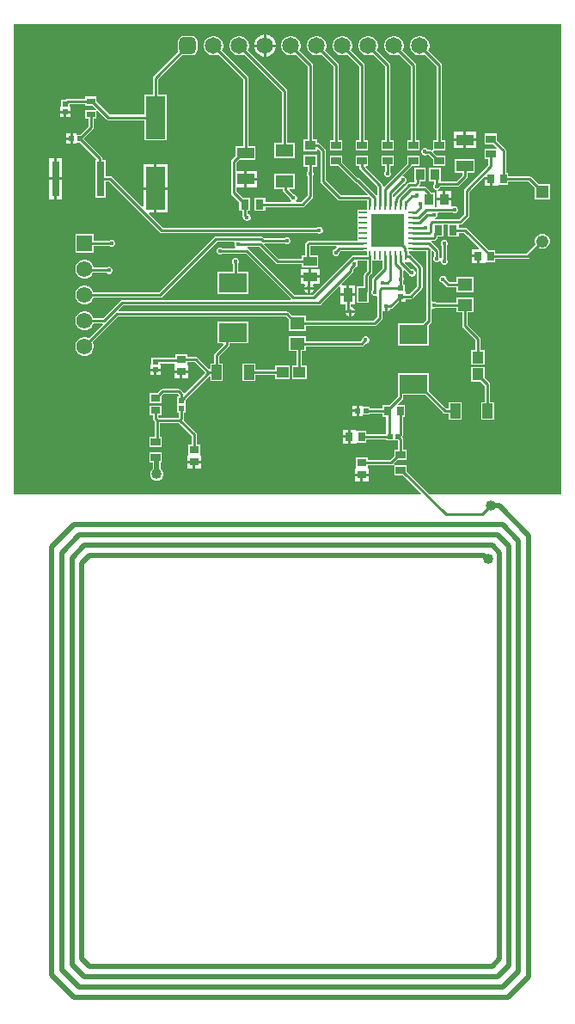
<source format=gbr>
G04*
G04 #@! TF.GenerationSoftware,Altium Limited,Altium Designer,24.0.1 (36)*
G04*
G04 Layer_Physical_Order=1*
G04 Layer_Color=255*
%FSLAX25Y25*%
%MOIN*%
G70*
G04*
G04 #@! TF.SameCoordinates,852D5C1C-0582-447D-AFC5-A22B4F0E1159*
G04*
G04*
G04 #@! TF.FilePolarity,Positive*
G04*
G01*
G75*
%ADD15C,0.01000*%
%ADD16R,0.05709X0.04724*%
%ADD17R,0.03543X0.04331*%
%ADD18R,0.10984X0.07500*%
%ADD19R,0.03150X0.03937*%
%ADD21R,0.01000X0.03200*%
%ADD22R,0.03200X0.01000*%
%ADD23R,0.03543X0.02953*%
%ADD24R,0.02953X0.03543*%
%ADD25R,0.03937X0.03150*%
%ADD26R,0.03937X0.02953*%
%ADD27R,0.07480X0.16535*%
%ADD28R,0.02047X0.02047*%
%ADD29R,0.03937X0.05906*%
%ADD30R,0.04750X0.04206*%
%ADD31R,0.02047X0.02047*%
%ADD32R,0.04206X0.04750*%
%ADD33R,0.03740X0.05315*%
%ADD34R,0.02965X0.13792*%
%ADD35R,0.03347X0.02461*%
%ADD36R,0.06693X0.04331*%
%ADD37R,0.07087X0.04921*%
%ADD38R,0.04331X0.03543*%
%ADD39R,0.05315X0.03740*%
%ADD43R,0.12800X0.12800*%
%ADD49C,0.04800*%
%ADD50R,0.04800X0.04800*%
%ADD51C,0.06181*%
%ADD52R,0.06181X0.06181*%
%ADD55C,0.01968*%
%ADD56C,0.06496*%
G04:AMPARAMS|DCode=57|XSize=64.96mil|YSize=64.96mil|CornerRadius=16.24mil|HoleSize=0mil|Usage=FLASHONLY|Rotation=180.000|XOffset=0mil|YOffset=0mil|HoleType=Round|Shape=RoundedRectangle|*
%AMROUNDEDRECTD57*
21,1,0.06496,0.03248,0,0,180.0*
21,1,0.03248,0.06496,0,0,180.0*
1,1,0.03248,-0.01624,0.01624*
1,1,0.03248,0.01624,0.01624*
1,1,0.03248,0.01624,-0.01624*
1,1,0.03248,-0.01624,-0.01624*
%
%ADD57ROUNDEDRECTD57*%
%ADD58C,0.01772*%
%ADD59C,0.04000*%
G36*
X220000Y107500D02*
X168981D01*
X159968Y116513D01*
Y119024D01*
X155451D01*
X155228Y119024D01*
X155013Y119516D01*
X156473Y120976D01*
X159968D01*
Y124929D01*
X158520D01*
Y129075D01*
X158442Y129465D01*
X158221Y129796D01*
X158098Y129918D01*
Y130089D01*
X158304Y130397D01*
X158382Y130787D01*
Y137728D01*
X159339D01*
Y142272D01*
X156709D01*
X156518Y142734D01*
X158229Y144444D01*
X158450Y144775D01*
X158528Y145165D01*
Y146201D01*
X167050D01*
X173972Y139279D01*
X174303Y139058D01*
X174693Y138980D01*
X176232D01*
Y136547D01*
X181169D01*
Y143453D01*
X176232D01*
Y141020D01*
X175115D01*
X168492Y147643D01*
Y154701D01*
X156508D01*
Y147299D01*
X156488Y147201D01*
Y145588D01*
X153172Y142272D01*
X150661D01*
Y141020D01*
X145598D01*
Y141524D01*
X142949D01*
Y142024D01*
X141425D01*
Y140000D01*
Y137976D01*
X142949D01*
Y138476D01*
X145598D01*
Y138980D01*
X150661D01*
Y137728D01*
X152012D01*
Y131524D01*
X151902D01*
Y131020D01*
X144339D01*
Y132272D01*
X140614D01*
X140386Y132272D01*
X140114Y132659D01*
Y132772D01*
X138138D01*
Y130000D01*
Y127228D01*
X140114D01*
Y127341D01*
X140386Y127728D01*
X140614Y127728D01*
X144339D01*
Y128980D01*
X151902D01*
Y128476D01*
X154949D01*
Y128476D01*
X155051D01*
Y128476D01*
X156480D01*
Y124929D01*
X155032D01*
Y122418D01*
X153495Y120882D01*
X144772D01*
Y121839D01*
X140228D01*
Y118114D01*
X140228Y117886D01*
X139841Y117614D01*
X139728D01*
Y115638D01*
X142500D01*
X145272D01*
Y117614D01*
X145159D01*
X144772Y117886D01*
X144772Y118114D01*
Y118843D01*
X153917D01*
X154307Y118920D01*
X154558Y119088D01*
X154853Y118969D01*
X155032Y118827D01*
X155032Y118605D01*
Y115071D01*
X158527D01*
X165636Y107962D01*
X165444Y107500D01*
X7500D01*
Y290000D01*
X220000D01*
Y107500D01*
D02*
G37*
%LPC*%
G36*
X105559Y285842D02*
X105500D01*
Y282095D01*
X109248D01*
Y282154D01*
X108958Y283234D01*
X108399Y284203D01*
X107608Y284994D01*
X106640Y285553D01*
X105559Y285842D01*
D02*
G37*
G36*
X104500D02*
X104441D01*
X103360Y285553D01*
X102392Y284994D01*
X101601Y284203D01*
X101041Y283234D01*
X100752Y282154D01*
Y282095D01*
X104500D01*
Y285842D01*
D02*
G37*
G36*
X76624Y285384D02*
X73376D01*
X72547Y285219D01*
X71845Y284750D01*
X71375Y284047D01*
X71210Y283219D01*
Y279971D01*
X71330Y279367D01*
X61779Y269815D01*
X61558Y269485D01*
X61480Y269094D01*
Y262547D01*
X58260D01*
Y254799D01*
X44694D01*
X39673Y259820D01*
Y261839D01*
X35327D01*
Y261128D01*
X28534D01*
X28143Y261050D01*
X27812Y260829D01*
X27582Y260598D01*
X25976D01*
Y257949D01*
X25476D01*
Y256425D01*
X27500D01*
X29524D01*
Y257949D01*
X29024D01*
Y259089D01*
X35327D01*
Y258378D01*
X38231D01*
X39487Y257122D01*
X39280Y256622D01*
X35327D01*
Y253161D01*
X36480D01*
Y250347D01*
X33156Y247024D01*
X31949D01*
Y247524D01*
X30425D01*
Y245500D01*
Y243476D01*
X31949D01*
Y243976D01*
X33156D01*
X39412Y237721D01*
X39277Y237396D01*
X39277D01*
Y222604D01*
X43242D01*
Y228980D01*
X44593D01*
X64295Y209279D01*
X64625Y209058D01*
X65016Y208980D01*
X125060D01*
X125215Y208825D01*
X125724Y208614D01*
X126276D01*
X126785Y208825D01*
X127175Y209215D01*
X127386Y209724D01*
Y210276D01*
X127175Y210785D01*
X126785Y211175D01*
X126276Y211386D01*
X125724D01*
X125215Y211175D01*
X125060Y211020D01*
X65438D01*
X59967Y216491D01*
X60158Y216953D01*
X62000D01*
Y225721D01*
X57760D01*
Y219351D01*
X57298Y219160D01*
X45737Y230721D01*
X45406Y230942D01*
X45016Y231020D01*
X43242D01*
Y237396D01*
X41784D01*
Y237810D01*
X41707Y238200D01*
X41486Y238531D01*
X34598Y245418D01*
Y245582D01*
X38221Y249204D01*
X38442Y249535D01*
X38520Y249925D01*
Y253161D01*
X39673D01*
Y256229D01*
X40173Y256436D01*
X43551Y253059D01*
X43881Y252838D01*
X44272Y252760D01*
X58260D01*
Y245012D01*
X66740D01*
Y262547D01*
X63520D01*
Y268672D01*
X72772Y277925D01*
X73376Y277805D01*
X76624D01*
X77453Y277970D01*
X78155Y278439D01*
X78625Y279142D01*
X78790Y279971D01*
Y283219D01*
X78625Y284047D01*
X78155Y284750D01*
X77453Y285219D01*
X76624Y285384D01*
D02*
G37*
G36*
X109248Y281095D02*
X105500D01*
Y277346D01*
X105559D01*
X106640Y277636D01*
X107608Y278195D01*
X108399Y278986D01*
X108958Y279955D01*
X109248Y281035D01*
Y281095D01*
D02*
G37*
G36*
X104500D02*
X100752D01*
Y281035D01*
X101041Y279955D01*
X101601Y278986D01*
X102392Y278195D01*
X103360Y277636D01*
X104441Y277346D01*
X104500D01*
Y281095D01*
D02*
G37*
G36*
X29524Y255425D02*
X28000D01*
Y253902D01*
X29524D01*
Y255425D01*
D02*
G37*
G36*
X27000D02*
X25476D01*
Y253902D01*
X27000D01*
Y255425D01*
D02*
G37*
G36*
X29425Y247524D02*
X27902D01*
Y246000D01*
X29425D01*
Y247524D01*
D02*
G37*
G36*
X186846Y248284D02*
X183000D01*
Y245618D01*
X186846D01*
Y248284D01*
D02*
G37*
G36*
X182000D02*
X178154D01*
Y245618D01*
X182000D01*
Y248284D01*
D02*
G37*
G36*
X29425Y245000D02*
X27902D01*
Y243476D01*
X29425D01*
Y245000D01*
D02*
G37*
G36*
X186846Y244618D02*
X183000D01*
Y241953D01*
X186846D01*
Y244618D01*
D02*
G37*
G36*
X182000D02*
X178154D01*
Y241953D01*
X182000D01*
Y244618D01*
D02*
G37*
G36*
X165493Y285343D02*
X164507D01*
X163553Y285087D01*
X162699Y284594D01*
X162001Y283896D01*
X161507Y283041D01*
X161252Y282088D01*
Y281101D01*
X161507Y280148D01*
X162001Y279293D01*
X162699Y278595D01*
X163553Y278102D01*
X164507Y277847D01*
X165493D01*
X166447Y278102D01*
X166830Y278323D01*
X171480Y273672D01*
Y245028D01*
X170031D01*
Y241271D01*
X169532Y241064D01*
X169522Y241073D01*
X169191Y241294D01*
X168801Y241372D01*
X168088D01*
X167785Y241675D01*
X167276Y241886D01*
X166724D01*
X166215Y241675D01*
X165825Y241285D01*
X165614Y240776D01*
Y240224D01*
X165825Y239715D01*
X166215Y239325D01*
X166724Y239114D01*
X167276D01*
X167785Y239325D01*
X167793Y239333D01*
X168379D01*
X170031Y237680D01*
Y234972D01*
X174969D01*
Y239122D01*
X171473D01*
X170218Y240378D01*
X170425Y240878D01*
X174969D01*
Y245028D01*
X173520D01*
Y274095D01*
X173442Y274485D01*
X173221Y274816D01*
X168272Y279765D01*
X168493Y280148D01*
X168748Y281101D01*
Y282088D01*
X168493Y283041D01*
X167999Y283896D01*
X167301Y284594D01*
X166447Y285087D01*
X165493Y285343D01*
D02*
G37*
G36*
X155493D02*
X154507D01*
X153553Y285087D01*
X152699Y284594D01*
X152001Y283896D01*
X151507Y283041D01*
X151252Y282088D01*
Y281101D01*
X151507Y280148D01*
X152001Y279293D01*
X152699Y278595D01*
X153553Y278102D01*
X154507Y277847D01*
X155493D01*
X156447Y278102D01*
X156830Y278323D01*
X161480Y273672D01*
Y245028D01*
X160031D01*
Y240878D01*
X164969D01*
Y245028D01*
X163520D01*
Y274095D01*
X163442Y274485D01*
X163221Y274816D01*
X158272Y279765D01*
X158493Y280148D01*
X158748Y281101D01*
Y282088D01*
X158493Y283041D01*
X157999Y283896D01*
X157301Y284594D01*
X156447Y285087D01*
X155493Y285343D01*
D02*
G37*
G36*
X145493D02*
X144507D01*
X143553Y285087D01*
X142699Y284594D01*
X142001Y283896D01*
X141507Y283041D01*
X141252Y282088D01*
Y281101D01*
X141507Y280148D01*
X142001Y279293D01*
X142699Y278595D01*
X143553Y278102D01*
X144507Y277847D01*
X145493D01*
X146447Y278102D01*
X146830Y278323D01*
X151480Y273672D01*
Y245028D01*
X150031D01*
Y240878D01*
X154969D01*
Y245028D01*
X153520D01*
Y274095D01*
X153442Y274485D01*
X153221Y274816D01*
X148272Y279765D01*
X148493Y280148D01*
X148748Y281101D01*
Y282088D01*
X148493Y283041D01*
X147999Y283896D01*
X147301Y284594D01*
X146447Y285087D01*
X145493Y285343D01*
D02*
G37*
G36*
X135493D02*
X134507D01*
X133553Y285087D01*
X132699Y284594D01*
X132001Y283896D01*
X131507Y283041D01*
X131252Y282088D01*
Y281101D01*
X131507Y280148D01*
X132001Y279293D01*
X132699Y278595D01*
X133553Y278102D01*
X134507Y277847D01*
X135493D01*
X136447Y278102D01*
X136830Y278323D01*
X141480Y273672D01*
Y245028D01*
X140032D01*
Y240878D01*
X144968D01*
Y245028D01*
X143520D01*
Y274095D01*
X143442Y274485D01*
X143221Y274816D01*
X138271Y279765D01*
X138493Y280148D01*
X138748Y281101D01*
Y282088D01*
X138493Y283041D01*
X137999Y283896D01*
X137301Y284594D01*
X136447Y285087D01*
X135493Y285343D01*
D02*
G37*
G36*
X125493D02*
X124507D01*
X123553Y285087D01*
X122699Y284594D01*
X122001Y283896D01*
X121507Y283041D01*
X121252Y282088D01*
Y281101D01*
X121507Y280148D01*
X122001Y279293D01*
X122699Y278595D01*
X123553Y278102D01*
X124507Y277847D01*
X125493D01*
X126447Y278102D01*
X126830Y278323D01*
X131480Y273672D01*
Y245028D01*
X130032D01*
Y240878D01*
X134968D01*
Y245028D01*
X133520D01*
Y274095D01*
X133442Y274485D01*
X133221Y274816D01*
X128271Y279765D01*
X128493Y280148D01*
X128748Y281101D01*
Y282088D01*
X128493Y283041D01*
X127999Y283896D01*
X127301Y284594D01*
X126447Y285087D01*
X125493Y285343D01*
D02*
G37*
G36*
X95493D02*
X94507D01*
X93553Y285087D01*
X92699Y284594D01*
X92001Y283896D01*
X91507Y283041D01*
X91252Y282088D01*
Y281101D01*
X91507Y280148D01*
X92001Y279293D01*
X92699Y278595D01*
X93553Y278102D01*
X94507Y277847D01*
X95493D01*
X96447Y278102D01*
X96830Y278323D01*
X111480Y263672D01*
Y243965D01*
X108457D01*
Y238043D01*
X116543D01*
Y243965D01*
X113520D01*
Y264094D01*
X113442Y264485D01*
X113221Y264815D01*
X98272Y279765D01*
X98493Y280148D01*
X98748Y281101D01*
Y282088D01*
X98493Y283041D01*
X97999Y283896D01*
X97301Y284594D01*
X96447Y285087D01*
X95493Y285343D01*
D02*
G37*
G36*
X154969Y239122D02*
X150031D01*
Y234972D01*
X151480D01*
Y232940D01*
X151325Y232785D01*
X151114Y232276D01*
Y231724D01*
X151325Y231215D01*
X151715Y230825D01*
X152224Y230614D01*
X152776D01*
X153285Y230825D01*
X153675Y231215D01*
X153886Y231724D01*
Y232276D01*
X153675Y232785D01*
X153520Y232940D01*
Y234972D01*
X154969D01*
Y239122D01*
D02*
G37*
G36*
X26223Y237896D02*
X24240D01*
Y230500D01*
X26223D01*
Y237896D01*
D02*
G37*
G36*
X23240D02*
X21258D01*
Y230500D01*
X23240D01*
Y237896D01*
D02*
G37*
G36*
X101847Y233047D02*
X98000D01*
Y230382D01*
X101847D01*
Y233047D01*
D02*
G37*
G36*
X186346Y237547D02*
X178654D01*
Y232217D01*
X181480D01*
Y231422D01*
X179078Y229020D01*
X173224D01*
Y234165D01*
X168681D01*
Y228835D01*
X170480D01*
Y227940D01*
X170325Y227785D01*
X170114Y227276D01*
Y226724D01*
X170325Y226215D01*
X170715Y225825D01*
X171224Y225614D01*
X171418D01*
X171558Y225614D01*
X171681Y225165D01*
X171681Y225121D01*
X171681Y224809D01*
Y224797D01*
Y222500D01*
X173953D01*
Y225165D01*
X172181D01*
X171999Y225165D01*
X171899Y225665D01*
X172045Y225726D01*
X172285Y225825D01*
X172675Y226215D01*
X172886Y226724D01*
Y226944D01*
X172922Y226980D01*
X179500D01*
X179890Y227058D01*
X180221Y227279D01*
X183221Y230279D01*
X183442Y230610D01*
X183520Y231000D01*
Y232217D01*
X186346D01*
Y237547D01*
D02*
G37*
G36*
X192138Y229500D02*
X190161D01*
Y227228D01*
X192138D01*
Y229500D01*
D02*
G37*
G36*
X67240Y235488D02*
X63000D01*
Y226720D01*
X67240D01*
Y235488D01*
D02*
G37*
G36*
X62000D02*
X57760D01*
Y226720D01*
X62000D01*
Y235488D01*
D02*
G37*
G36*
X101847Y229382D02*
X98000D01*
Y226716D01*
X101847D01*
Y229382D01*
D02*
G37*
G36*
X174953Y225165D02*
Y222500D01*
X177224D01*
Y225165D01*
X174953D01*
D02*
G37*
G36*
X26223Y229500D02*
X24240D01*
Y222104D01*
X26223D01*
Y229500D01*
D02*
G37*
G36*
X23240D02*
X21258D01*
Y222104D01*
X23240D01*
Y229500D01*
D02*
G37*
G36*
X115493Y285343D02*
X114507D01*
X113553Y285087D01*
X112699Y284594D01*
X112001Y283896D01*
X111507Y283041D01*
X111252Y282088D01*
Y281101D01*
X111507Y280148D01*
X112001Y279293D01*
X112699Y278595D01*
X113553Y278102D01*
X114507Y277847D01*
X115493D01*
X116447Y278102D01*
X116830Y278323D01*
X121480Y273672D01*
Y245224D01*
X119835D01*
Y240681D01*
X125165D01*
Y241239D01*
X125627Y241431D01*
X126480Y240578D01*
Y229000D01*
X126558Y228610D01*
X126779Y228279D01*
X133279Y221779D01*
X133610Y221558D01*
X134000Y221480D01*
X144591D01*
Y219650D01*
X144610Y219551D01*
Y217890D01*
X140750D01*
Y213921D01*
Y209984D01*
Y206098D01*
X122140D01*
X121750Y206021D01*
X121419Y205800D01*
X120833Y205214D01*
X120612Y204883D01*
X120535Y204493D01*
Y200323D01*
X119343D01*
Y198972D01*
X110179D01*
X104633Y204519D01*
X104824Y204980D01*
X112560D01*
X112715Y204825D01*
X113224Y204614D01*
X113776D01*
X114285Y204825D01*
X114675Y205215D01*
X114886Y205724D01*
Y206276D01*
X114675Y206785D01*
X114285Y207175D01*
X113776Y207386D01*
X113224D01*
X112715Y207175D01*
X112560Y207020D01*
X104536D01*
X104248Y207307D01*
X103918Y207528D01*
X103527Y207605D01*
X85932D01*
X85542Y207528D01*
X85211Y207307D01*
X63924Y186020D01*
X38444D01*
X38346Y186386D01*
X37873Y187205D01*
X37205Y187873D01*
X36386Y188346D01*
X35473Y188591D01*
X34527D01*
X33614Y188346D01*
X32795Y187873D01*
X32127Y187205D01*
X31654Y186386D01*
X31409Y185473D01*
Y184527D01*
X31654Y183614D01*
X32127Y182795D01*
X32795Y182127D01*
X33614Y181654D01*
X34527Y181409D01*
X35473D01*
X36386Y181654D01*
X37205Y182127D01*
X37873Y182795D01*
X38346Y183614D01*
X38444Y183980D01*
X64347D01*
X64737Y184058D01*
X65068Y184279D01*
X86355Y205566D01*
X92953D01*
X93234Y205066D01*
X93114Y204776D01*
Y204224D01*
X93325Y203715D01*
X93521Y203520D01*
X93313Y203020D01*
X88440D01*
X88285Y203175D01*
X87776Y203386D01*
X87224D01*
X86715Y203175D01*
X86325Y202785D01*
X86114Y202276D01*
Y201724D01*
X86325Y201215D01*
X86715Y200825D01*
X87224Y200614D01*
X87776D01*
X88285Y200825D01*
X88440Y200980D01*
X97578D01*
X115039Y183520D01*
X114831Y183020D01*
X49596D01*
X49206Y182942D01*
X48875Y182721D01*
X42173Y176020D01*
X38444D01*
X38346Y176386D01*
X37873Y177205D01*
X37205Y177873D01*
X36386Y178346D01*
X35473Y178591D01*
X34527D01*
X33614Y178346D01*
X32795Y177873D01*
X32127Y177205D01*
X31654Y176386D01*
X31409Y175473D01*
Y174527D01*
X31654Y173614D01*
X32127Y172795D01*
X32795Y172127D01*
X33614Y171654D01*
X34527Y171409D01*
X35473D01*
X36386Y171654D01*
X37205Y172127D01*
X37873Y172795D01*
X38346Y173614D01*
X38444Y173980D01*
X41885D01*
X42077Y173519D01*
X36714Y168156D01*
X36386Y168346D01*
X35473Y168591D01*
X34527D01*
X33614Y168346D01*
X32795Y167873D01*
X32127Y167205D01*
X31654Y166386D01*
X31409Y165473D01*
Y164527D01*
X31654Y163614D01*
X32127Y162795D01*
X32795Y162127D01*
X33614Y161654D01*
X34527Y161409D01*
X35473D01*
X36386Y161654D01*
X37205Y162127D01*
X37873Y162795D01*
X38346Y163614D01*
X38591Y164527D01*
Y165473D01*
X38346Y166386D01*
X38156Y166714D01*
X47922Y176480D01*
X113023D01*
X114146Y175357D01*
Y171075D01*
X120854D01*
Y172917D01*
X147437D01*
X147827Y172995D01*
X148158Y173216D01*
X150221Y175279D01*
X150442Y175610D01*
X150520Y176000D01*
Y178660D01*
X151020Y178865D01*
X151500Y178666D01*
Y180500D01*
X152500D01*
Y178666D01*
X153068Y178901D01*
X153599Y179432D01*
X153623Y179490D01*
X153965Y179558D01*
X154296Y179779D01*
X156918Y182402D01*
X157000D01*
Y184425D01*
X158000D01*
Y182402D01*
X159524D01*
Y183406D01*
X161425D01*
X161815Y183483D01*
X162146Y183704D01*
X165721Y187279D01*
X165942Y187610D01*
X166020Y188000D01*
Y195700D01*
X165942Y196090D01*
X165721Y196421D01*
X161525Y200617D01*
X161194Y200838D01*
X160890Y200899D01*
Y202110D01*
X162051D01*
X162150Y202091D01*
X167480D01*
Y175222D01*
X166058Y173799D01*
X156508D01*
Y165299D01*
X168492D01*
Y173349D01*
X169221Y174078D01*
X169442Y174409D01*
X169520Y174799D01*
Y179318D01*
X170020Y179652D01*
X170110Y179614D01*
X170661D01*
X171171Y179825D01*
X171326Y179980D01*
X179146D01*
Y178201D01*
X181480D01*
Y173000D01*
X181558Y172610D01*
X181779Y172279D01*
X186480Y167578D01*
Y163626D01*
X184897D01*
Y157876D01*
X190103D01*
Y163626D01*
X188520D01*
Y168000D01*
X188442Y168390D01*
X188221Y168721D01*
X183520Y173422D01*
Y178201D01*
X185854D01*
Y183925D01*
X179146D01*
Y182020D01*
X171326D01*
X171171Y182175D01*
X170661Y182386D01*
X170110D01*
X170020Y182348D01*
X169520Y182682D01*
Y201831D01*
X170020Y202039D01*
X170480Y201578D01*
Y199940D01*
X170325Y199785D01*
X170114Y199276D01*
Y198724D01*
X170325Y198215D01*
X170715Y197825D01*
X171224Y197614D01*
X171776D01*
X172285Y197825D01*
X172614Y198154D01*
X172900Y198105D01*
X173114Y198001D01*
Y197724D01*
X173325Y197215D01*
X173715Y196825D01*
X174224Y196614D01*
X174776D01*
X175285Y196825D01*
X175675Y197215D01*
X175886Y197724D01*
Y198276D01*
X175675Y198785D01*
X175520Y198940D01*
Y204060D01*
X175675Y204215D01*
X175886Y204724D01*
Y205276D01*
X175675Y205785D01*
X175285Y206175D01*
X174776Y206386D01*
X174224D01*
X173715Y206175D01*
X173325Y205785D01*
X173114Y205276D01*
Y204724D01*
X173325Y204215D01*
X173480Y204060D01*
Y199332D01*
X173386Y199223D01*
X173148Y199248D01*
X172956Y199314D01*
X172822Y199429D01*
X172675Y199785D01*
X172520Y199940D01*
Y202000D01*
X172442Y202390D01*
X172221Y202721D01*
X169414Y205528D01*
X169621Y206028D01*
X170387D01*
X170777Y206105D01*
X171108Y206326D01*
X171693Y206912D01*
X171914Y207243D01*
X171972Y207531D01*
X174122D01*
Y212149D01*
X175878D01*
Y207531D01*
X180027D01*
Y208980D01*
X182235D01*
X187982Y203234D01*
X187791Y202772D01*
X185161D01*
Y200500D01*
X187638D01*
Y200000D01*
X188138D01*
Y197228D01*
X190114D01*
Y197341D01*
X190386Y197728D01*
X194339D01*
Y198980D01*
X206713D01*
X207103Y199058D01*
X207434Y199279D01*
X211291Y203137D01*
X211381Y203085D01*
X212118Y202887D01*
X212882D01*
X213619Y203085D01*
X214281Y203467D01*
X214821Y204007D01*
X215202Y204668D01*
X215400Y205406D01*
Y206169D01*
X215202Y206907D01*
X214821Y207568D01*
X214281Y208108D01*
X213619Y208490D01*
X212882Y208687D01*
X212118D01*
X211381Y208490D01*
X210719Y208108D01*
X210179Y207568D01*
X209798Y206907D01*
X209600Y206169D01*
Y205406D01*
X209798Y204668D01*
X209849Y204579D01*
X206290Y201020D01*
X194339D01*
Y202272D01*
X191828D01*
X183378Y210721D01*
X183048Y210942D01*
X182658Y211020D01*
X180027D01*
Y212149D01*
X180668D01*
X181059Y212227D01*
X181389Y212448D01*
X183872Y214930D01*
X184093Y215261D01*
X184171Y215651D01*
Y225036D01*
X189699Y230565D01*
X189856Y230500D01*
X192638D01*
Y230000D01*
X193138D01*
Y227228D01*
X195114D01*
Y227341D01*
X195386Y227728D01*
X195614Y227728D01*
X199339D01*
Y228980D01*
X207078D01*
X209600Y226458D01*
Y222100D01*
X215400D01*
Y227900D01*
X211042D01*
X208221Y230721D01*
X207890Y230942D01*
X207500Y231020D01*
X199339D01*
Y232272D01*
X198382D01*
Y240984D01*
X198304Y241374D01*
X198083Y241705D01*
X194968Y244820D01*
Y247528D01*
X190032D01*
Y243378D01*
X193527D01*
X194782Y242122D01*
X194575Y241622D01*
X190032D01*
Y237472D01*
X191480D01*
Y235230D01*
X182430Y226180D01*
X182209Y225849D01*
X182132Y225459D01*
Y216074D01*
X180246Y214188D01*
X171054D01*
X170954Y214688D01*
X171285Y214825D01*
X171675Y215215D01*
X171886Y215724D01*
Y216276D01*
X171801Y216480D01*
X172133Y216980D01*
X177560D01*
X177715Y216825D01*
X178224Y216614D01*
X178776D01*
X179285Y216825D01*
X179675Y217215D01*
X179886Y217724D01*
Y218276D01*
X179675Y218785D01*
X179285Y219175D01*
X178776Y219386D01*
X178224D01*
X177715Y219175D01*
X177224Y219391D01*
Y221500D01*
X174453D01*
X171681D01*
Y219070D01*
X171191Y219027D01*
X170819Y219358D01*
Y224665D01*
X169400D01*
X169268Y224863D01*
X167410Y226721D01*
X167079Y226942D01*
X166689Y227020D01*
X164918D01*
X164726Y227482D01*
X164944Y227699D01*
X165165Y228030D01*
X165243Y228420D01*
Y228835D01*
X167319D01*
Y234165D01*
X162776D01*
Y228835D01*
X162406Y228520D01*
X161000D01*
X160610Y228442D01*
X160279Y228221D01*
X155200Y223142D01*
X155004Y222848D01*
X154968Y222844D01*
X154504Y223149D01*
Y224062D01*
X158569Y228127D01*
X158763D01*
X159272Y228338D01*
X159662Y228728D01*
X159873Y229237D01*
Y229788D01*
X159662Y230298D01*
X159272Y230688D01*
X158763Y230899D01*
X158500D01*
X158293Y231399D01*
X161752Y234858D01*
X161829Y234972D01*
X164969D01*
Y239122D01*
X160031D01*
Y236071D01*
X160019Y236008D01*
X151067Y227056D01*
X150567Y227263D01*
Y227453D01*
X150489Y227843D01*
X150268Y228174D01*
X143970Y234472D01*
X144177Y234972D01*
X144968D01*
Y239122D01*
X140032D01*
Y234972D01*
X141480D01*
Y234500D01*
X141558Y234110D01*
X141779Y233779D01*
X148528Y227030D01*
Y223950D01*
X148028Y223743D01*
X141689Y230082D01*
X141358Y230303D01*
X141011Y230372D01*
X134968Y236414D01*
Y239122D01*
X130032D01*
Y234972D01*
X133527D01*
X139859Y228640D01*
X140190Y228419D01*
X140537Y228350D01*
X144867Y224020D01*
X144660Y223520D01*
X134422D01*
X128520Y229422D01*
Y241000D01*
X128442Y241390D01*
X128221Y241721D01*
X126301Y243641D01*
X125970Y243862D01*
X125580Y243940D01*
X125165D01*
Y245224D01*
X123520D01*
Y274095D01*
X123442Y274485D01*
X123221Y274816D01*
X118272Y279765D01*
X118493Y280148D01*
X118748Y281101D01*
Y282088D01*
X118493Y283041D01*
X117999Y283896D01*
X117301Y284594D01*
X116447Y285087D01*
X115493Y285343D01*
D02*
G37*
G36*
X125165Y239319D02*
X119835D01*
Y234776D01*
X121480D01*
Y232940D01*
X121325Y232785D01*
X121114Y232276D01*
Y231724D01*
X121325Y231215D01*
X121628Y230912D01*
Y229375D01*
X121623Y229347D01*
Y223565D01*
X119078Y221020D01*
X117186D01*
X116979Y221520D01*
X117175Y221715D01*
X117386Y222224D01*
Y222776D01*
X117175Y223285D01*
X116785Y223675D01*
X116276Y223886D01*
X116056D01*
X114368Y225573D01*
X114560Y226035D01*
X116543D01*
Y231957D01*
X108457D01*
Y226035D01*
X111859D01*
Y225621D01*
X111937Y225231D01*
X112158Y224900D01*
X114614Y222444D01*
Y222224D01*
X114825Y221715D01*
X115021Y221520D01*
X114813Y221020D01*
X105027D01*
Y222468D01*
X100878D01*
Y217531D01*
X105027D01*
Y218980D01*
X119500D01*
X119890Y219058D01*
X120221Y219279D01*
X123363Y222421D01*
X123584Y222752D01*
X123662Y223142D01*
Y229325D01*
X123667Y229352D01*
Y231207D01*
X123675Y231215D01*
X123886Y231724D01*
Y232276D01*
X123675Y232785D01*
X123520Y232940D01*
Y234776D01*
X125165D01*
Y239319D01*
D02*
G37*
G36*
X67240Y225721D02*
X63000D01*
Y216953D01*
X67240D01*
Y225721D01*
D02*
G37*
G36*
X85493Y285343D02*
X84507D01*
X83553Y285087D01*
X82699Y284594D01*
X82001Y283896D01*
X81507Y283041D01*
X81252Y282088D01*
Y281101D01*
X81507Y280148D01*
X82001Y279293D01*
X82699Y278595D01*
X83553Y278102D01*
X84507Y277847D01*
X85493D01*
X86447Y278102D01*
X86830Y278323D01*
X96480Y268672D01*
Y242783D01*
X93654D01*
Y238895D01*
X92233Y237474D01*
X92012Y237143D01*
X91934Y236753D01*
Y224487D01*
X92012Y224097D01*
X92233Y223766D01*
X94972Y221027D01*
Y217531D01*
X96028D01*
Y215972D01*
X96105Y215581D01*
X96326Y215251D01*
X96614Y214963D01*
Y214724D01*
X96825Y214215D01*
X97215Y213825D01*
X97724Y213614D01*
X98276D01*
X98785Y213825D01*
X99175Y214215D01*
X99386Y214724D01*
Y215276D01*
X99175Y215785D01*
X98785Y216175D01*
X98276Y216386D01*
X98075D01*
X98067Y216394D01*
Y217531D01*
X99122D01*
Y222468D01*
X96414D01*
X93973Y224910D01*
Y226716D01*
X97000D01*
Y229882D01*
Y233047D01*
X93973D01*
Y236330D01*
X95095Y237453D01*
X101347D01*
Y242783D01*
X98520D01*
Y269094D01*
X98442Y269485D01*
X98221Y269815D01*
X88271Y279765D01*
X88493Y280148D01*
X88748Y281101D01*
Y282088D01*
X88493Y283041D01*
X87999Y283896D01*
X87301Y284594D01*
X86447Y285087D01*
X85493Y285343D01*
D02*
G37*
G36*
X38591Y208591D02*
X31409D01*
Y201409D01*
X38591D01*
Y203980D01*
X44560D01*
X44715Y203825D01*
X45224Y203614D01*
X45776D01*
X46285Y203825D01*
X46675Y204215D01*
X46886Y204724D01*
Y205276D01*
X46675Y205785D01*
X46285Y206175D01*
X45776Y206386D01*
X45224D01*
X44715Y206175D01*
X44560Y206020D01*
X38591D01*
Y208591D01*
D02*
G37*
G36*
X187138Y199500D02*
X185161D01*
Y197228D01*
X187138D01*
Y199500D01*
D02*
G37*
G36*
X35473Y198591D02*
X34527D01*
X33614Y198346D01*
X32795Y197873D01*
X32127Y197205D01*
X31654Y196386D01*
X31409Y195473D01*
Y194527D01*
X31654Y193614D01*
X32127Y192795D01*
X32795Y192127D01*
X33614Y191654D01*
X34527Y191409D01*
X35473D01*
X36386Y191654D01*
X37205Y192127D01*
X37873Y192795D01*
X38346Y193614D01*
X38350Y193628D01*
X43412D01*
X43715Y193325D01*
X44224Y193114D01*
X44776D01*
X45285Y193325D01*
X45675Y193715D01*
X45886Y194224D01*
Y194776D01*
X45675Y195285D01*
X45285Y195675D01*
X44776Y195886D01*
X44224D01*
X43715Y195675D01*
X43707Y195667D01*
X38538D01*
X38346Y196386D01*
X37873Y197205D01*
X37205Y197873D01*
X36386Y198346D01*
X35473Y198591D01*
D02*
G37*
G36*
X174276Y192386D02*
X173724D01*
X173215Y192175D01*
X172825Y191785D01*
X172614Y191276D01*
Y190724D01*
X172825Y190215D01*
X173215Y189825D01*
X173724Y189614D01*
X173944D01*
X175342Y188216D01*
X175673Y187995D01*
X176063Y187917D01*
X179146D01*
Y186075D01*
X185854D01*
Y191799D01*
X179146D01*
Y189957D01*
X176485D01*
X175386Y191056D01*
Y191276D01*
X175175Y191785D01*
X174785Y192175D01*
X174276Y192386D01*
D02*
G37*
G36*
X93776Y199386D02*
X93224D01*
X92715Y199175D01*
X92325Y198785D01*
X92114Y198276D01*
Y197724D01*
X92325Y197215D01*
X92480Y197060D01*
Y193799D01*
X86508D01*
Y185299D01*
X98492D01*
Y193799D01*
X94520D01*
Y197060D01*
X94675Y197215D01*
X94886Y197724D01*
Y198276D01*
X94675Y198785D01*
X94285Y199175D01*
X93776Y199386D01*
D02*
G37*
G36*
X98492Y174701D02*
X86508D01*
Y166201D01*
X88606D01*
X88797Y165739D01*
X85480Y162422D01*
X85259Y162091D01*
X85181Y161701D01*
Y158453D01*
X83732D01*
Y156417D01*
X83232Y156210D01*
X78859Y160583D01*
X78528Y160804D01*
X78138Y160882D01*
X74772D01*
Y161839D01*
X70228D01*
Y160488D01*
X64024D01*
Y160598D01*
X60976D01*
Y157949D01*
X60476D01*
Y156425D01*
X62500D01*
X64524D01*
Y157949D01*
X64024D01*
Y158449D01*
X69875D01*
X70013Y158311D01*
X69968Y157703D01*
X69841Y157614D01*
X69728D01*
Y155638D01*
X72500D01*
X75272D01*
Y157614D01*
X75159D01*
X74772Y157886D01*
X74772Y158114D01*
Y158843D01*
X77715D01*
X81771Y154787D01*
X73906Y146923D01*
X73332Y147055D01*
X73221Y147221D01*
X72221Y148221D01*
X71890Y148442D01*
X71500Y148520D01*
X65138D01*
X64748Y148442D01*
X64417Y148221D01*
X63051Y146855D01*
X63040Y146839D01*
X60228D01*
Y142886D01*
X64772D01*
Y145692D01*
X65560Y146480D01*
X71078D01*
X71460Y146098D01*
X71430Y145598D01*
X70976D01*
Y142949D01*
X70976Y142551D01*
X70976Y142051D01*
Y139402D01*
X71480D01*
Y137443D01*
X63520D01*
Y138161D01*
X64772D01*
Y142114D01*
X60228D01*
Y138161D01*
X61480D01*
Y137009D01*
X61558Y136619D01*
X61779Y136288D01*
X62066Y136001D01*
Y129929D01*
X60031D01*
Y125976D01*
X64969D01*
Y129929D01*
X64105D01*
Y135404D01*
X71492D01*
X76480Y130415D01*
Y126839D01*
X75228D01*
Y123114D01*
X75228Y122886D01*
X74841Y122614D01*
X74728D01*
Y120638D01*
X77500D01*
X80272D01*
Y122614D01*
X80159D01*
X79772Y122886D01*
X79772Y123114D01*
Y126839D01*
X78520D01*
Y130838D01*
X78442Y131228D01*
X78221Y131559D01*
X73329Y136450D01*
X73442Y136619D01*
X73520Y137009D01*
Y139402D01*
X74024D01*
Y142051D01*
X74024Y142449D01*
X74024Y142949D01*
Y144157D01*
X83270Y153403D01*
X83732Y153212D01*
Y151547D01*
X88669D01*
Y158453D01*
X87220D01*
Y161278D01*
X91008Y165066D01*
X91229Y165396D01*
X91306Y165787D01*
Y166201D01*
X98492D01*
Y174701D01*
D02*
G37*
G36*
X64524Y155425D02*
X63000D01*
Y153902D01*
X64524D01*
Y155425D01*
D02*
G37*
G36*
X62000D02*
X60476D01*
Y153902D01*
X62000D01*
Y155425D01*
D02*
G37*
G36*
X75272Y154638D02*
X73000D01*
Y152661D01*
X75272D01*
Y154638D01*
D02*
G37*
G36*
X72000D02*
X69728D01*
Y152661D01*
X72000D01*
Y154638D01*
D02*
G37*
G36*
X120854Y168925D02*
X114146D01*
Y163201D01*
X117232D01*
Y157603D01*
X115376D01*
Y152397D01*
X121126D01*
Y157603D01*
X119271D01*
Y163201D01*
X120854D01*
Y165043D01*
X142354D01*
X142744Y165121D01*
X143075Y165342D01*
X143847Y166114D01*
X144276D01*
X144785Y166325D01*
X145175Y166715D01*
X145386Y167224D01*
Y167776D01*
X145175Y168285D01*
X144785Y168675D01*
X144276Y168886D01*
X143724D01*
X143215Y168675D01*
X142825Y168285D01*
X142614Y167776D01*
Y167765D01*
X141932Y167083D01*
X120854D01*
Y168925D01*
D02*
G37*
G36*
X101268Y158453D02*
X96331D01*
Y151547D01*
X101268D01*
Y153980D01*
X108874D01*
Y152397D01*
X114624D01*
Y157603D01*
X108874D01*
Y156020D01*
X101268D01*
Y158453D01*
D02*
G37*
G36*
X140425Y142024D02*
X138902D01*
Y140500D01*
X140425D01*
Y142024D01*
D02*
G37*
G36*
Y139500D02*
X138902D01*
Y137976D01*
X140425D01*
Y139500D01*
D02*
G37*
G36*
X190103Y157124D02*
X184897D01*
Y151374D01*
X188661D01*
X190280Y149755D01*
Y143453D01*
X188831D01*
Y136547D01*
X193768D01*
Y143453D01*
X192319D01*
Y150177D01*
X192241Y150567D01*
X192020Y150898D01*
X190103Y152815D01*
Y157124D01*
D02*
G37*
G36*
X137138Y132772D02*
X135161D01*
Y130500D01*
X137138D01*
Y132772D01*
D02*
G37*
G36*
Y129500D02*
X135161D01*
Y127228D01*
X137138D01*
Y129500D01*
D02*
G37*
G36*
X80272Y119638D02*
X78000D01*
Y117661D01*
X80272D01*
Y119638D01*
D02*
G37*
G36*
X77000D02*
X74728D01*
Y117661D01*
X77000D01*
Y119638D01*
D02*
G37*
G36*
X64969Y124024D02*
X60031D01*
Y120071D01*
X61487D01*
Y117522D01*
X60881Y116916D01*
X60500Y115997D01*
Y115003D01*
X60881Y114084D01*
X61584Y113381D01*
X62503Y113000D01*
X63497D01*
X64416Y113381D01*
X65119Y114084D01*
X65500Y115003D01*
Y115997D01*
X65119Y116916D01*
X64513Y117522D01*
Y120071D01*
X64969D01*
Y124024D01*
D02*
G37*
G36*
X145272Y114638D02*
X143000D01*
Y112661D01*
X145272D01*
Y114638D01*
D02*
G37*
G36*
X142000D02*
X139728D01*
Y112661D01*
X142000D01*
Y114638D01*
D02*
G37*
%LPD*%
G36*
X163980Y195278D02*
Y188422D01*
X161003Y185445D01*
X159524D01*
Y186449D01*
X159024D01*
Y189098D01*
X158520D01*
Y190174D01*
X158675Y190329D01*
X158886Y190839D01*
Y191390D01*
X158675Y191899D01*
X158520Y192054D01*
Y194331D01*
X159020Y194538D01*
X160631Y192927D01*
X160778Y192829D01*
X160825Y192715D01*
X161215Y192325D01*
X161724Y192114D01*
X162276D01*
X162785Y192325D01*
X163175Y192715D01*
X163386Y193224D01*
Y193776D01*
X163175Y194285D01*
X162785Y194675D01*
X162276Y194886D01*
X161724D01*
X161605Y194836D01*
X159154Y197288D01*
X159345Y197750D01*
X160890D01*
Y197750D01*
X161327Y197931D01*
X163980Y195278D01*
D02*
G37*
G36*
X132916Y203559D02*
X132877Y203500D01*
X132863Y203428D01*
X132235Y202800D01*
X132224D01*
X131715Y202589D01*
X131325Y202199D01*
X131114Y201690D01*
Y201138D01*
X131325Y200629D01*
X131715Y200239D01*
X132224Y200028D01*
X132776D01*
X133285Y200239D01*
X133675Y200629D01*
X133886Y201138D01*
Y201567D01*
X134410Y202091D01*
X142850D01*
X142948Y202110D01*
X144610D01*
Y200448D01*
X144591Y200350D01*
Y200270D01*
X139250D01*
X138860Y200192D01*
X138529Y199971D01*
X123578Y185020D01*
X116422D01*
X98721Y202721D01*
X98390Y202942D01*
X98197Y202980D01*
X98246Y203480D01*
X102787D01*
X109035Y197232D01*
X109366Y197011D01*
X109756Y196933D01*
X119343D01*
Y195583D01*
X125657D01*
Y200323D01*
X122574D01*
Y204059D01*
X132649D01*
X132916Y203559D01*
D02*
G37*
G36*
X150496Y195438D02*
X146779Y191721D01*
X146558Y191390D01*
X146480Y191000D01*
Y186940D01*
X146325Y186785D01*
X146114Y186276D01*
Y185724D01*
X146325Y185215D01*
X146715Y184825D01*
X147224Y184614D01*
X147776D01*
X147980Y184699D01*
X148480Y184367D01*
Y176422D01*
X147015Y174957D01*
X120854D01*
Y176799D01*
X115588D01*
X114166Y178221D01*
X113835Y178442D01*
X113445Y178520D01*
X48211D01*
X48019Y178981D01*
X50018Y180980D01*
X126000D01*
X126390Y181058D01*
X126721Y181279D01*
X133677Y188235D01*
X134177Y188028D01*
Y185500D01*
X136547D01*
Y188657D01*
X134807D01*
X134599Y189157D01*
X138930Y193488D01*
X139151Y193819D01*
X139229Y194209D01*
Y194911D01*
X139848Y195531D01*
X139859D01*
X140368Y195742D01*
X140758Y196132D01*
X140969Y196641D01*
Y197192D01*
X140758Y197702D01*
X140729Y197730D01*
X140937Y198230D01*
X144591D01*
Y194270D01*
X143602Y193281D01*
X143381Y192950D01*
X143303Y192560D01*
Y188157D01*
X140583D01*
Y181843D01*
X145323D01*
Y186272D01*
X145342Y186370D01*
Y192138D01*
X146331Y193126D01*
X146552Y193457D01*
X146630Y193847D01*
Y198250D01*
X150496D01*
Y195438D01*
D02*
G37*
%LPC*%
G36*
X126157Y194917D02*
X123000D01*
Y192547D01*
X126157D01*
Y194917D01*
D02*
G37*
G36*
X122000D02*
X118842D01*
Y192547D01*
X122000D01*
Y194917D01*
D02*
G37*
G36*
X126157Y191547D02*
X122500D01*
X118842D01*
Y189177D01*
X120303D01*
X120510Y188677D01*
X120401Y188568D01*
X120166Y188000D01*
X123834D01*
X123599Y188568D01*
X123490Y188677D01*
X123697Y189177D01*
X126157D01*
Y191547D01*
D02*
G37*
G36*
X123834Y187000D02*
X122500D01*
Y185666D01*
X123068Y185901D01*
X123599Y186432D01*
X123834Y187000D01*
D02*
G37*
G36*
X121500D02*
X120166D01*
X120401Y186432D01*
X120932Y185901D01*
X121500Y185666D01*
Y187000D01*
D02*
G37*
G36*
X139917Y188657D02*
X137547D01*
Y185500D01*
X139917D01*
Y188657D01*
D02*
G37*
G36*
Y184500D02*
X137047D01*
X134177D01*
Y181342D01*
X136028D01*
Y179662D01*
X136105Y179271D01*
X136212Y179112D01*
X136166Y179000D01*
X139834D01*
X139599Y179568D01*
X139068Y180099D01*
X138375Y180386D01*
X138067D01*
Y181342D01*
X139917D01*
Y184500D01*
D02*
G37*
G36*
X139834Y178000D02*
X138500D01*
Y176666D01*
X139068Y176901D01*
X139599Y177432D01*
X139834Y178000D01*
D02*
G37*
G36*
X137500D02*
X136166D01*
X136401Y177432D01*
X136932Y176901D01*
X137500Y176666D01*
Y178000D01*
D02*
G37*
%LPD*%
D15*
X112500Y241004D02*
Y264094D01*
X95000Y281594D02*
X112500Y264094D01*
X98000Y202000D02*
X116000Y184000D01*
X124000D01*
X87500Y202000D02*
X98000D01*
X138209Y195334D02*
X139584Y196708D01*
Y196916D01*
X124000Y184000D02*
X139250Y199250D01*
X145610D01*
X126000Y182000D02*
X138209Y194209D01*
Y195334D01*
X49596Y182000D02*
X126000D01*
X42596Y175000D02*
X49596Y182000D01*
X122000Y191547D02*
X122500Y192047D01*
X122000Y187500D02*
Y191547D01*
X150677Y189614D02*
X150825Y189762D01*
X152358D01*
X149500Y186989D02*
X150086Y187575D01*
X149500Y176000D02*
Y186989D01*
X152358Y189762D02*
X153484Y190888D01*
X150086Y187575D02*
X157500D01*
X147437Y173937D02*
X149500Y176000D01*
X147500Y186000D02*
Y191000D01*
X151516Y195016D01*
X152000Y180500D02*
X153575D01*
X157500Y184425D01*
X137047Y179662D02*
X138000Y178709D01*
X137047Y179662D02*
Y185000D01*
X138000Y178500D02*
Y178709D01*
X117500Y173937D02*
X147437D01*
X157500Y187575D02*
Y191114D01*
Y192500D01*
X160804Y199896D02*
X165000Y195700D01*
X159390Y199896D02*
Y202073D01*
Y199896D02*
X160804D01*
X165000Y188000D02*
Y195700D01*
X161425Y184425D02*
X165000Y188000D01*
X157500Y184425D02*
X161425D01*
X168500Y174799D02*
Y202524D01*
X167914Y203110D02*
X168500Y202524D01*
X162150Y203110D02*
X167914D01*
X170386Y181000D02*
X182437D01*
X163250Y169549D02*
X168500Y174799D01*
X168421Y205079D02*
X171500Y202000D01*
X162500Y169549D02*
X163250D01*
X171500Y199000D02*
Y202000D01*
X162150Y205079D02*
X168421D01*
X174500Y198000D02*
Y205000D01*
X157421Y197579D02*
X161352Y193648D01*
X161852D02*
X162000Y193500D01*
X161352Y193648D02*
X161852D01*
X153484Y190888D02*
Y200350D01*
X161000Y227500D02*
X163303D01*
X157421Y221800D02*
X161621Y226000D01*
X155921Y221218D02*
Y222421D01*
X161000Y227500D01*
X157421Y219650D02*
Y221800D01*
X161621Y226000D02*
X166689D01*
X155453Y220750D02*
X155921Y221218D01*
X163303Y227500D02*
X164223Y228420D01*
Y230676D02*
X165047Y231500D01*
X155453Y219650D02*
Y220750D01*
X164223Y228420D02*
Y230676D01*
X158487Y229487D02*
Y229513D01*
X153484Y224484D02*
X158487Y229487D01*
X153484Y219650D02*
Y224484D01*
X151516Y219650D02*
Y226063D01*
X161031Y235579D02*
Y235972D01*
X162106Y237047D01*
X151516Y226063D02*
X161031Y235579D01*
X151516Y195016D02*
Y200350D01*
X168000Y216000D02*
X170500D01*
X164953Y212953D02*
X168000Y216000D01*
X162150Y212953D02*
X164953D01*
X167550Y218000D02*
X178500D01*
X164471Y214921D02*
X167550Y218000D01*
X162150Y214921D02*
X164471D01*
X168547Y222000D02*
Y224142D01*
X166689Y226000D02*
X168547Y224142D01*
X170953Y232000D02*
X171500Y231453D01*
Y227000D02*
Y231453D01*
Y227000D02*
X172500Y228000D01*
X179500D01*
X152500Y232000D02*
Y237047D01*
X167000Y240500D02*
X167148Y240352D01*
X168801D01*
X172106Y237047D01*
X172500D01*
X163852Y223352D02*
X164000Y223500D01*
X161992Y223352D02*
X163852D01*
X159390Y220750D02*
X161992Y223352D01*
X27500Y259075D02*
X28534Y260108D01*
X37943D01*
X112879Y225621D02*
X116000Y222500D01*
X122642Y223142D02*
Y229347D01*
X102953Y220000D02*
X119500D01*
X122642Y223142D01*
X157421Y197579D02*
Y200350D01*
X157500Y192500D02*
Y194911D01*
X155453Y196958D02*
X157500Y194911D01*
X155453Y196958D02*
Y200350D01*
X168687Y209016D02*
X169272Y209601D01*
Y212466D01*
X162150Y209016D02*
X168687D01*
X169975Y213169D02*
X180668D01*
X169272Y212466D02*
X169975Y213169D01*
X175157Y99883D02*
X189198D01*
X192500Y103184D01*
X153032Y130394D02*
X153425Y130000D01*
X153032Y130394D02*
Y139606D01*
X152638Y140000D02*
X153032Y139606D01*
X157992Y117047D02*
X175157Y99883D01*
X157500Y117047D02*
X157992D01*
X170972Y207633D02*
Y208925D01*
X170387Y207047D02*
X170972Y207633D01*
X167047Y207047D02*
X170387D01*
X170972Y208925D02*
X172047Y210000D01*
X167069Y210984D02*
X167187Y211102D01*
X162150Y210984D02*
X167069D01*
X167047Y207047D02*
X167047Y207047D01*
X162150Y207047D02*
X167047D01*
X159390Y219650D02*
Y220750D01*
X165077Y220077D02*
X165225Y220225D01*
X165077Y218717D02*
Y220077D01*
X163250Y216890D02*
X165077Y218717D01*
X132500Y201623D02*
X133819Y202942D01*
X132500Y201414D02*
Y201623D01*
X133819Y202942D02*
Y203110D01*
X35000Y175000D02*
X42596D01*
X35000Y165000D02*
X47500Y177500D01*
X113445D01*
X116295Y174650D01*
X116787D02*
X117500Y173937D01*
X116295Y174650D02*
X116787D01*
X92500Y189549D02*
X93500Y190549D01*
Y198000D01*
X103527Y206586D02*
X104113Y206000D01*
X94500Y204500D02*
X103209D01*
X85932Y206586D02*
X103527D01*
X64347Y185000D02*
X85932Y206586D01*
X103209Y204500D02*
X109756Y197953D01*
X104113Y206000D02*
X113500D01*
X35352Y194648D02*
X44352D01*
X44500Y194500D01*
X35000Y195000D02*
X35352Y194648D01*
X35000Y185000D02*
X64347D01*
X109756Y197953D02*
X122500D01*
X65016Y210000D02*
X126000D01*
X45016Y230000D02*
X65016Y210000D01*
X156575Y130000D02*
X157500Y129075D01*
Y122953D02*
Y129075D01*
X153917Y119862D02*
X157008Y122953D01*
X157500D01*
X142500Y119862D02*
X153917D01*
X142362Y130000D02*
X153425D01*
X144075Y140000D02*
X152638D01*
X35000Y205000D02*
X45500D01*
X145610Y193847D02*
Y199250D01*
Y200350D01*
X159350Y202113D02*
Y203150D01*
Y202113D02*
X159390Y202073D01*
X152500Y210000D02*
X159350Y203150D01*
X182437Y181000D02*
X182500Y181063D01*
X143791Y167500D02*
X144000D01*
X117500Y166063D02*
X142354D01*
X143791Y167500D01*
X33075Y245500D02*
X40765Y237810D01*
Y230495D02*
X41260Y230000D01*
X40765Y230495D02*
Y237810D01*
X41260Y230000D02*
X45016D01*
X133819Y203110D02*
X142850D01*
X122140Y205079D02*
X142850D01*
X162150Y216890D02*
X163250D01*
X147579Y219650D02*
Y222750D01*
X140580Y229361D02*
X140968D01*
X145025Y222500D02*
X145610Y221914D01*
X132894Y237047D02*
X140580Y229361D01*
X145610Y219650D02*
Y221914D01*
X134000Y222500D02*
X145025D01*
X127500Y229000D02*
X134000Y222500D01*
X140968Y229361D02*
X147579Y222750D01*
X122642Y229347D02*
X122648Y229352D01*
Y231852D01*
X122500Y232000D02*
X122648Y231852D01*
X122500Y232000D02*
Y237047D01*
X125580Y242920D02*
X127500Y241000D01*
Y229000D02*
Y241000D01*
X122500Y242953D02*
X122532Y242920D01*
X125580D01*
X97047Y215972D02*
Y220394D01*
X98000Y215000D02*
Y215019D01*
X97047Y215972D02*
X98000Y215019D01*
X121554Y204493D02*
X122140Y205079D01*
X121554Y198899D02*
Y204493D01*
Y198899D02*
X122500Y197953D01*
X112879Y225621D02*
Y228617D01*
X112500Y228996D02*
X112879Y228617D01*
X142500Y234500D02*
X149547Y227453D01*
X142500Y234500D02*
Y237047D01*
X149547Y219650D02*
Y227453D01*
X183151Y215651D02*
Y225459D01*
X180668Y213169D02*
X183151Y215651D01*
X187500Y160751D02*
Y168000D01*
X182500Y173000D02*
Y181063D01*
Y173000D02*
X187500Y168000D01*
X173852Y191148D02*
X174000Y191000D01*
X176063Y188937D01*
X182500D01*
X187500Y153976D02*
X191299Y150177D01*
X187500Y153976D02*
Y154249D01*
X191299Y140000D02*
Y150177D01*
X174693Y140000D02*
X178701D01*
X164242Y150451D02*
X174693Y140000D01*
X162500Y150451D02*
X164242D01*
X156575Y130000D02*
X157362Y130787D01*
Y140000D01*
X157508Y147201D02*
X160758Y150451D01*
X157508Y145165D02*
Y147201D01*
X160758Y150451D02*
X162500D01*
X152638Y140295D02*
X157508Y145165D01*
X152638Y140000D02*
Y140295D01*
X117500Y166063D02*
X118251Y165312D01*
Y155000D02*
Y165312D01*
X98799Y155000D02*
X111749D01*
X71914Y136423D02*
X77500Y130838D01*
Y124862D02*
Y130838D01*
X63086Y136423D02*
X71914D01*
X63086Y128539D02*
Y136423D01*
X62500Y127953D02*
X63086Y128539D01*
X71914Y136423D02*
X72500Y137009D01*
Y140925D01*
X62500Y137009D02*
Y140138D01*
Y137009D02*
X63086Y136423D01*
X78138Y159862D02*
X83000Y155000D01*
X72500Y159862D02*
X78138D01*
X86094Y154893D02*
X86201Y155000D01*
X83318Y154893D02*
X86094D01*
X72500Y144075D02*
X83318Y154893D01*
X72500Y144075D02*
Y146500D01*
X71500Y147500D02*
X72500Y146500D01*
X65138Y147500D02*
X71500D01*
X63772Y145839D02*
Y146134D01*
X62500Y144862D02*
X62795D01*
X63772Y145839D01*
Y146134D02*
X65138Y147500D01*
X62894Y159468D02*
X72106D01*
X72500Y159862D01*
X62500Y159075D02*
X62894Y159468D01*
X86201Y161701D02*
X90287Y165787D01*
X86201Y155000D02*
Y161701D01*
X90287Y168237D02*
X92500Y170451D01*
X90287Y165787D02*
Y168237D01*
X144323Y192560D02*
X145610Y193847D01*
X144323Y186370D02*
Y192560D01*
X182658Y210000D02*
X192362Y200295D01*
X177953Y210000D02*
X182658D01*
X206713Y200000D02*
X212500Y205787D01*
X192362Y200000D02*
X206713D01*
X192362D02*
Y200295D01*
X183151Y225459D02*
X192500Y234807D01*
Y239547D01*
X192894Y245453D02*
X197362Y240984D01*
Y230000D02*
Y240984D01*
X192500Y245453D02*
X192894D01*
X207500Y230000D02*
X212500Y225000D01*
X197362Y230000D02*
X207500D01*
X179500Y228000D02*
X182500Y231000D01*
Y234882D01*
X142953Y185000D02*
X144323Y186370D01*
X132500Y237047D02*
X132894D01*
X162106D02*
X162500D01*
X92953Y224487D02*
Y236753D01*
X96319Y240118D02*
X97500D01*
X92953Y224487D02*
X97047Y220394D01*
X92953Y236753D02*
X96319Y240118D01*
X33075Y245500D02*
X37500Y249925D01*
Y254892D01*
X37943Y260108D02*
X44272Y253780D01*
X62500D01*
Y269094D02*
X75000Y281594D01*
X62500Y253780D02*
Y269094D01*
X97500Y240118D02*
Y269094D01*
X85000Y281594D02*
X97500Y269094D01*
X115000Y281594D02*
X122500Y274095D01*
Y242953D02*
Y274095D01*
X132500Y242953D02*
Y274095D01*
X125000Y281594D02*
X132500Y274095D01*
X135000Y281594D02*
X142500Y274095D01*
Y242953D02*
Y274095D01*
X152500Y242953D02*
Y274095D01*
X145000Y281594D02*
X152500Y274095D01*
X162500Y242953D02*
Y274095D01*
X155000Y281594D02*
X162500Y274095D01*
X172500Y242953D02*
Y274095D01*
X165000Y281594D02*
X172500Y274095D01*
D16*
X117500Y166063D02*
D03*
Y173937D02*
D03*
X182500Y188937D02*
D03*
Y181063D02*
D03*
D17*
X168547Y222000D02*
D03*
X174453D02*
D03*
X165047Y231500D02*
D03*
X170953D02*
D03*
D18*
X162500Y169549D02*
D03*
Y150451D02*
D03*
X92500Y170451D02*
D03*
Y189549D02*
D03*
D19*
X172047Y210000D02*
D03*
X177953D02*
D03*
X97047Y220000D02*
D03*
X102953D02*
D03*
D21*
X145610Y219650D02*
D03*
X147579D02*
D03*
X149547D02*
D03*
X151516D02*
D03*
X153484D02*
D03*
X155453D02*
D03*
X157421D02*
D03*
X159390D02*
D03*
Y200350D02*
D03*
X157421D02*
D03*
X155453D02*
D03*
X153484D02*
D03*
X151516D02*
D03*
X149547D02*
D03*
X147579D02*
D03*
X145610D02*
D03*
D22*
X162150Y216890D02*
D03*
Y214921D02*
D03*
Y212953D02*
D03*
Y210984D02*
D03*
Y209016D02*
D03*
Y207047D02*
D03*
Y205079D02*
D03*
Y203110D02*
D03*
X142850D02*
D03*
Y205079D02*
D03*
Y207047D02*
D03*
Y209016D02*
D03*
Y210984D02*
D03*
Y212953D02*
D03*
Y214921D02*
D03*
Y216890D02*
D03*
D23*
X77500Y124862D02*
D03*
Y120138D02*
D03*
X142500Y115138D02*
D03*
Y119862D02*
D03*
X72500Y159862D02*
D03*
Y155138D02*
D03*
X62500Y140138D02*
D03*
Y144862D02*
D03*
D24*
X192638Y230000D02*
D03*
X197362D02*
D03*
X137638Y130000D02*
D03*
X142362D02*
D03*
X157362Y140000D02*
D03*
X152638D02*
D03*
X187638Y200000D02*
D03*
X192362D02*
D03*
D25*
X152500Y237047D02*
D03*
Y242953D02*
D03*
X192500Y239547D02*
D03*
Y245453D02*
D03*
X172500Y237047D02*
D03*
Y242953D02*
D03*
X132500Y237047D02*
D03*
Y242953D02*
D03*
X142500Y237047D02*
D03*
Y242953D02*
D03*
X162500Y237047D02*
D03*
Y242953D02*
D03*
D26*
X157500Y117047D02*
D03*
Y122953D02*
D03*
X62500Y122047D02*
D03*
Y127953D02*
D03*
D27*
Y226220D02*
D03*
Y253780D02*
D03*
D28*
Y159075D02*
D03*
Y155925D02*
D03*
X72500Y140925D02*
D03*
Y144075D02*
D03*
X27500Y259075D02*
D03*
Y255925D02*
D03*
X157500Y184425D02*
D03*
Y187575D02*
D03*
D29*
X86201Y155000D02*
D03*
X98799D02*
D03*
X178701Y140000D02*
D03*
X191299D02*
D03*
D30*
X111749Y155000D02*
D03*
X118251D02*
D03*
D31*
X140925Y140000D02*
D03*
X144075D02*
D03*
X156575Y130000D02*
D03*
X153425D02*
D03*
X33075Y245500D02*
D03*
X29925D02*
D03*
D32*
X187500Y154249D02*
D03*
Y160751D02*
D03*
D33*
X137047Y185000D02*
D03*
X142953D02*
D03*
D34*
X41260Y230000D02*
D03*
X23740D02*
D03*
D35*
X37500Y260108D02*
D03*
Y254892D02*
D03*
D36*
X97500Y240118D02*
D03*
Y229882D02*
D03*
X182500Y234882D02*
D03*
Y245118D02*
D03*
D37*
X112500Y228996D02*
D03*
Y241004D02*
D03*
D38*
X122500Y237047D02*
D03*
Y242953D02*
D03*
D39*
Y192047D02*
D03*
Y197953D02*
D03*
D43*
X152500Y210000D02*
D03*
D49*
X212500Y205787D02*
D03*
D50*
Y225000D02*
D03*
D51*
X35000Y165000D02*
D03*
Y175000D02*
D03*
Y185000D02*
D03*
Y195000D02*
D03*
D52*
Y205000D02*
D03*
D55*
X190000Y84000D02*
X191500Y82500D01*
X37000Y84000D02*
X190000D01*
X34000Y81000D02*
X37000Y84000D01*
X34000Y-72500D02*
Y81000D01*
Y-72500D02*
X36949Y-75449D01*
X193051D01*
X196000Y-72500D01*
Y85000D01*
X193063Y87937D02*
X196000Y85000D01*
X34937Y87937D02*
X193063D01*
X30063Y83063D02*
X34937Y87937D01*
X30063Y-74563D02*
Y83063D01*
Y-74563D02*
X34886Y-79386D01*
X195114D01*
X199354Y-75146D01*
Y87646D01*
X195126Y91874D02*
X199354Y87646D01*
X32874Y91874D02*
X195126D01*
X26126Y85126D02*
X32874Y91874D01*
X26126Y-76626D02*
Y85126D01*
Y-76626D02*
X32823Y-83323D01*
X197177D01*
X203291Y-77209D01*
Y89709D01*
X197189Y95811D02*
X203291Y89709D01*
X30811Y95811D02*
X197189D01*
X22189Y87189D02*
X30811Y95811D01*
X22189Y-78689D02*
Y87189D01*
Y-78689D02*
X30760Y-87260D01*
X199240D01*
X207228Y-79272D01*
Y91772D01*
X195816Y103184D02*
X207228Y91772D01*
X192500Y103184D02*
X195816D01*
X62508Y122047D02*
X63000Y121555D01*
Y115500D02*
Y121555D01*
X62500Y122047D02*
X62508D01*
D56*
X125000Y281594D02*
D03*
X115000D02*
D03*
X105000D02*
D03*
X85000D02*
D03*
X95000D02*
D03*
X135000D02*
D03*
X145000D02*
D03*
X155000D02*
D03*
X165000D02*
D03*
D57*
X75000D02*
D03*
D58*
X139584Y196916D02*
D03*
X122000Y187500D02*
D03*
X150677Y189614D02*
D03*
X147500Y186000D02*
D03*
X152000Y180500D02*
D03*
X138000Y178500D02*
D03*
X170386Y181000D02*
D03*
X171500Y199000D02*
D03*
X174500Y198000D02*
D03*
X162000Y193500D02*
D03*
X157500Y191114D02*
D03*
X158487Y229513D02*
D03*
X170500Y216000D02*
D03*
X178500Y218000D02*
D03*
X171500Y227000D02*
D03*
X152500Y232000D02*
D03*
X167000Y240500D02*
D03*
X164000Y223500D02*
D03*
X116000Y222500D02*
D03*
X174500Y205000D02*
D03*
X167187Y211102D02*
D03*
X165225Y220225D02*
D03*
X132500Y201414D02*
D03*
X87500Y202000D02*
D03*
X93500Y198000D02*
D03*
X94500Y204500D02*
D03*
X44500Y194500D02*
D03*
X45500Y205000D02*
D03*
X113500Y206000D02*
D03*
X144000Y167500D02*
D03*
X126000Y210000D02*
D03*
X122500Y232000D02*
D03*
X98000Y215000D02*
D03*
X174000Y191000D02*
D03*
D59*
X191500Y82500D02*
D03*
X192500Y103184D02*
D03*
X63000Y115500D02*
D03*
M02*

</source>
